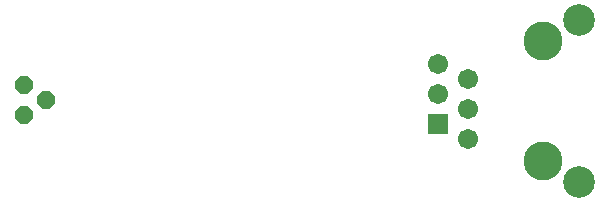
<source format=gbs>
G04 #@! TF.GenerationSoftware,KiCad,Pcbnew,7.0.6*
G04 #@! TF.CreationDate,2023-12-02T16:45:52-07:00*
G04 #@! TF.ProjectId,Temperature Senor Board V2 (2),54656d70-6572-4617-9475-72652053656e,rev?*
G04 #@! TF.SameCoordinates,Original*
G04 #@! TF.FileFunction,Soldermask,Bot*
G04 #@! TF.FilePolarity,Negative*
%FSLAX46Y46*%
G04 Gerber Fmt 4.6, Leading zero omitted, Abs format (unit mm)*
G04 Created by KiCad (PCBNEW 7.0.6) date 2023-12-02 16:45:52*
%MOMM*%
%LPD*%
G01*
G04 APERTURE LIST*
G04 Aperture macros list*
%AMRoundRect*
0 Rectangle with rounded corners*
0 $1 Rounding radius*
0 $2 $3 $4 $5 $6 $7 $8 $9 X,Y pos of 4 corners*
0 Add a 4 corners polygon primitive as box body*
4,1,4,$2,$3,$4,$5,$6,$7,$8,$9,$2,$3,0*
0 Add four circle primitives for the rounded corners*
1,1,$1+$1,$2,$3*
1,1,$1+$1,$4,$5*
1,1,$1+$1,$6,$7*
1,1,$1+$1,$8,$9*
0 Add four rect primitives between the rounded corners*
20,1,$1+$1,$2,$3,$4,$5,0*
20,1,$1+$1,$4,$5,$6,$7,0*
20,1,$1+$1,$6,$7,$8,$9,0*
20,1,$1+$1,$8,$9,$2,$3,0*%
%AMFreePoly0*
4,1,25,0.333266,0.742596,0.345389,0.732242,0.732242,0.345389,0.760749,0.289441,0.762000,0.273547,0.762000,-0.273547,0.742596,-0.333266,0.732242,-0.345389,0.345389,-0.732242,0.289441,-0.760749,0.273547,-0.762000,-0.273547,-0.762000,-0.333266,-0.742596,-0.345389,-0.732242,-0.732242,-0.345389,-0.760749,-0.289441,-0.762000,-0.273547,-0.762000,0.273547,-0.742596,0.333266,-0.732242,0.345389,
-0.345389,0.732242,-0.289441,0.760749,-0.273547,0.762000,0.273547,0.762000,0.333266,0.742596,0.333266,0.742596,$1*%
G04 Aperture macros list end*
%ADD10FreePoly0,270.000000*%
%ADD11C,3.300000*%
%ADD12RoundRect,0.101600X0.754000X-0.754000X0.754000X0.754000X-0.754000X0.754000X-0.754000X-0.754000X0*%
%ADD13C,1.711200*%
%ADD14C,2.678200*%
G04 APERTURE END LIST*
D10*
X123443979Y-86995031D03*
X125348979Y-88265031D03*
X123443979Y-89535031D03*
D11*
X167386000Y-93472000D03*
X167386000Y-83312000D03*
D12*
X158496000Y-90292000D03*
D13*
X158496000Y-87752000D03*
X158496000Y-85212000D03*
X161036000Y-91562000D03*
X161036000Y-89022000D03*
X161036000Y-86482000D03*
D14*
X170436000Y-95252000D03*
X170436000Y-81532000D03*
M02*

</source>
